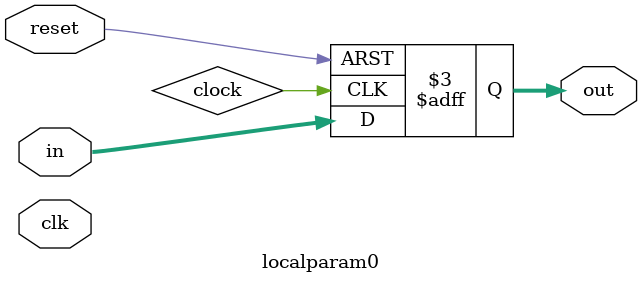
<source format=v>
module localparam0
  #(parameter integer LOG_WIDTH = 3)
  (input wire             reset,
   input wire             clk,
   input wire [2**LOG_WIDTH:0] in,
   output reg [2**LOG_WIDTH:0] out);

   localparam integer WIDTH2 = WIDTH*2;
   localparam integer WIDTH = 2**LOG_WIDTH-1;

   always @(posedge clock, negedge reset) begin
      if (reset == 1'b0) begin
         out <= WIDTH2 + 1;
      end
      else begin
         out <= in;
      end
   end


endmodule

</source>
